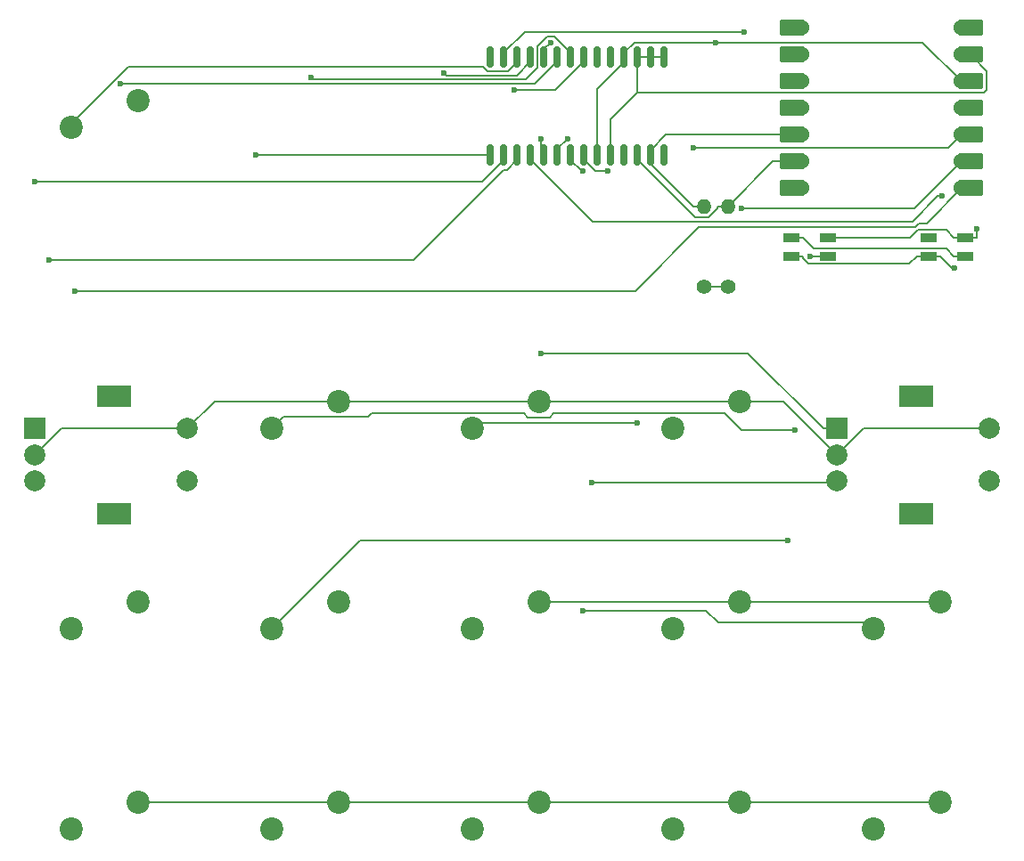
<source format=gbr>
%TF.GenerationSoftware,KiCad,Pcbnew,8.0.8*%
%TF.CreationDate,2025-02-16T20:36:26+13:00*%
%TF.ProjectId,hackpad,6861636b-7061-4642-9e6b-696361645f70,rev?*%
%TF.SameCoordinates,Original*%
%TF.FileFunction,Copper,L1,Top*%
%TF.FilePolarity,Positive*%
%FSLAX46Y46*%
G04 Gerber Fmt 4.6, Leading zero omitted, Abs format (unit mm)*
G04 Created by KiCad (PCBNEW 8.0.8) date 2025-02-16 20:36:26*
%MOMM*%
%LPD*%
G01*
G04 APERTURE LIST*
G04 Aperture macros list*
%AMRoundRect*
0 Rectangle with rounded corners*
0 $1 Rounding radius*
0 $2 $3 $4 $5 $6 $7 $8 $9 X,Y pos of 4 corners*
0 Add a 4 corners polygon primitive as box body*
4,1,4,$2,$3,$4,$5,$6,$7,$8,$9,$2,$3,0*
0 Add four circle primitives for the rounded corners*
1,1,$1+$1,$2,$3*
1,1,$1+$1,$4,$5*
1,1,$1+$1,$6,$7*
1,1,$1+$1,$8,$9*
0 Add four rect primitives between the rounded corners*
20,1,$1+$1,$2,$3,$4,$5,0*
20,1,$1+$1,$4,$5,$6,$7,0*
20,1,$1+$1,$6,$7,$8,$9,0*
20,1,$1+$1,$8,$9,$2,$3,0*%
G04 Aperture macros list end*
%TA.AperFunction,SMDPad,CuDef*%
%ADD10RoundRect,0.152400X1.063600X0.609600X-1.063600X0.609600X-1.063600X-0.609600X1.063600X-0.609600X0*%
%TD*%
%TA.AperFunction,ComponentPad*%
%ADD11C,1.524000*%
%TD*%
%TA.AperFunction,SMDPad,CuDef*%
%ADD12RoundRect,0.152400X-1.063600X-0.609600X1.063600X-0.609600X1.063600X0.609600X-1.063600X0.609600X0*%
%TD*%
%TA.AperFunction,ComponentPad*%
%ADD13C,1.400000*%
%TD*%
%TA.AperFunction,ComponentPad*%
%ADD14O,1.400000X1.400000*%
%TD*%
%TA.AperFunction,SMDPad,CuDef*%
%ADD15R,1.600000X0.850000*%
%TD*%
%TA.AperFunction,ComponentPad*%
%ADD16C,2.200000*%
%TD*%
%TA.AperFunction,ComponentPad*%
%ADD17R,2.000000X2.000000*%
%TD*%
%TA.AperFunction,ComponentPad*%
%ADD18C,2.000000*%
%TD*%
%TA.AperFunction,ComponentPad*%
%ADD19R,3.200000X2.000000*%
%TD*%
%TA.AperFunction,SMDPad,CuDef*%
%ADD20RoundRect,0.150000X0.150000X-0.875000X0.150000X0.875000X-0.150000X0.875000X-0.150000X-0.875000X0*%
%TD*%
%TA.AperFunction,ViaPad*%
%ADD21C,0.600000*%
%TD*%
%TA.AperFunction,Conductor*%
%ADD22C,0.200000*%
%TD*%
G04 APERTURE END LIST*
D10*
%TO.P,U1,1,GPIO26/ADC0/A0*%
%TO.N,unconnected-(U1-GPIO26{slash}ADC0{slash}A0-Pad1)*%
X174220200Y-49891300D03*
D11*
X175055200Y-49891300D03*
D10*
%TO.P,U1,2,GPIO27/ADC1/A1*%
%TO.N,unconnected-(U1-GPIO27{slash}ADC1{slash}A1-Pad2)*%
X174220200Y-52431300D03*
D11*
X175055200Y-52431300D03*
D10*
%TO.P,U1,3,GPIO28/ADC2/A2*%
%TO.N,unconnected-(U1-GPIO28{slash}ADC2{slash}A2-Pad3)*%
X174220200Y-54971300D03*
D11*
X175055200Y-54971300D03*
D10*
%TO.P,U1,4,GPIO29/ADC3/A3*%
%TO.N,Net-(U1-GPIO29{slash}ADC3{slash}A3)*%
X174220200Y-57511300D03*
D11*
X175055200Y-57511300D03*
D10*
%TO.P,U1,5,GPIO6/SDA*%
%TO.N,Net-(U1-GPIO6{slash}SDA)*%
X174220200Y-60051300D03*
D11*
X175055200Y-60051300D03*
D10*
%TO.P,U1,6,GPIO7/SCL*%
%TO.N,Net-(U1-GPIO7{slash}SCL)*%
X174220200Y-62591300D03*
D11*
X175055200Y-62591300D03*
D10*
%TO.P,U1,7,GPIO0/TX*%
%TO.N,Net-(D1-DIN)*%
X174220200Y-65131300D03*
D11*
X175055200Y-65131300D03*
%TO.P,U1,8,GPIO1/RX*%
%TO.N,Net-(U1-GPIO1{slash}RX)*%
X190295200Y-65131300D03*
D12*
X191130200Y-65131300D03*
D11*
%TO.P,U1,9,GPIO2/SCK*%
%TO.N,Net-(U1-GPIO2{slash}SCK)*%
X190295200Y-62591300D03*
D12*
X191130200Y-62591300D03*
D11*
%TO.P,U1,10,GPIO4/MISO*%
%TO.N,Net-(U1-GPIO4{slash}MISO)*%
X190295200Y-60051300D03*
D12*
X191130200Y-60051300D03*
D11*
%TO.P,U1,11,GPIO3/MOSI*%
%TO.N,Net-(U1-GPIO3{slash}MOSI)*%
X190295200Y-57511300D03*
D12*
X191130200Y-57511300D03*
D11*
%TO.P,U1,12,3V3*%
%TO.N,+3.3V*%
X190295200Y-54971300D03*
D12*
X191130200Y-54971300D03*
D11*
%TO.P,U1,13,GND*%
%TO.N,GND*%
X190295200Y-52431300D03*
D12*
X191130200Y-52431300D03*
D11*
%TO.P,U1,14,VBUS*%
%TO.N,+5V*%
X190295200Y-49891300D03*
D12*
X191130200Y-49891300D03*
%TD*%
D13*
%TO.P,R2,1*%
%TO.N,+3.3V*%
X165820000Y-74457100D03*
D14*
%TO.P,R2,2*%
%TO.N,Net-(U1-GPIO6{slash}SDA)*%
X165820000Y-66837100D03*
%TD*%
D15*
%TO.P,D1,1,DOUT*%
%TO.N,Net-(D1-DOUT)*%
X174141300Y-69846200D03*
%TO.P,D1,2,VSS*%
%TO.N,GND*%
X174141300Y-71596200D03*
%TO.P,D1,3,DIN*%
%TO.N,Net-(D1-DIN)*%
X177641300Y-71596200D03*
%TO.P,D1,4,VDD*%
%TO.N,+5V*%
X177641300Y-69846200D03*
%TD*%
D16*
%TO.P,SW6,1,1*%
%TO.N,GND*%
X112077500Y-104457500D03*
%TO.P,SW6,2,2*%
%TO.N,Net-(U1-GPIO1{slash}RX)*%
X105727500Y-106997500D03*
%TD*%
D13*
%TO.P,R1,1*%
%TO.N,+3.3V*%
X168116300Y-74453700D03*
D14*
%TO.P,R1,2*%
%TO.N,Net-(U1-GPIO7{slash}SCL)*%
X168116300Y-66833700D03*
%TD*%
D16*
%TO.P,SW13,1,1*%
%TO.N,Net-(SW10-Pad1)*%
X150177500Y-123507500D03*
%TO.P,SW13,2,2*%
%TO.N,Net-(U2-GPA4)*%
X143827500Y-126047500D03*
%TD*%
%TO.P,SW14,1,1*%
%TO.N,Net-(SW10-Pad1)*%
X169227500Y-123507500D03*
%TO.P,SW14,2,2*%
%TO.N,Net-(U2-GPA3)*%
X162877500Y-126047500D03*
%TD*%
%TO.P,SW9,1,1*%
%TO.N,Net-(SW10-Pad1)*%
X169227500Y-104457500D03*
%TO.P,SW9,2,2*%
%TO.N,Net-(U2-GPB7)*%
X162877500Y-106997500D03*
%TD*%
D17*
%TO.P,SW5,A,A*%
%TO.N,Net-(U2-GPB4)*%
X178487500Y-87987500D03*
D18*
%TO.P,SW5,B,B*%
%TO.N,Net-(U2-GPB5)*%
X178487500Y-92987500D03*
%TO.P,SW5,C,C*%
%TO.N,GND*%
X178487500Y-90487500D03*
D19*
%TO.P,SW5,MP*%
%TO.N,N/C*%
X185987500Y-84887500D03*
X185987500Y-96087500D03*
D18*
%TO.P,SW5,S1,S1*%
%TO.N,Net-(U2-GPB3)*%
X192987500Y-92987500D03*
%TO.P,SW5,S2,S2*%
%TO.N,GND*%
X192987500Y-87987500D03*
%TD*%
D16*
%TO.P,SW12,1,1*%
%TO.N,Net-(SW10-Pad1)*%
X131127500Y-123507500D03*
%TO.P,SW12,2,2*%
%TO.N,Net-(U2-GPA1)*%
X124777500Y-126047500D03*
%TD*%
%TO.P,SW3,1,1*%
%TO.N,GND*%
X150177500Y-85418100D03*
%TO.P,SW3,2,2*%
%TO.N,Net-(U1-GPIO4{slash}MISO)*%
X143827500Y-87958100D03*
%TD*%
%TO.P,SW11,1,1*%
%TO.N,Net-(SW10-Pad1)*%
X112077500Y-123507500D03*
%TO.P,SW11,2,2*%
%TO.N,Net-(U2-GPA2)*%
X105727500Y-126047500D03*
%TD*%
%TO.P,SW15,1,1*%
%TO.N,Net-(SW10-Pad1)*%
X188277500Y-123507500D03*
%TO.P,SW15,2,2*%
%TO.N,Net-(U2-GPA6)*%
X181927500Y-126047500D03*
%TD*%
%TO.P,SW7,1,1*%
%TO.N,GND*%
X131127500Y-104457500D03*
%TO.P,SW7,2,2*%
%TO.N,Net-(U1-GPIO29{slash}ADC3{slash}A3)*%
X124777500Y-106997500D03*
%TD*%
%TO.P,SW10,1,1*%
%TO.N,Net-(SW10-Pad1)*%
X188277500Y-104457500D03*
%TO.P,SW10,2,2*%
%TO.N,Net-(U2-GPB6)*%
X181927500Y-106997500D03*
%TD*%
%TO.P,SW4,1,1*%
%TO.N,GND*%
X169227500Y-85409600D03*
%TO.P,SW4,2,2*%
%TO.N,Net-(U1-GPIO2{slash}SCK)*%
X162877500Y-87949600D03*
%TD*%
D20*
%TO.P,U2,1,GPB0*%
%TO.N,Net-(U2-GPB0)*%
X145573800Y-61958700D03*
%TO.P,U2,2,GPB1*%
%TO.N,Net-(U2-GPB1)*%
X146843800Y-61958700D03*
%TO.P,U2,3,GPB2*%
%TO.N,Net-(U2-GPB2)*%
X148113800Y-61958700D03*
%TO.P,U2,4,GPB3*%
%TO.N,Net-(U2-GPB3)*%
X149383800Y-61958700D03*
%TO.P,U2,5,GPB4*%
%TO.N,Net-(U2-GPB4)*%
X150653800Y-61958700D03*
%TO.P,U2,6,GPB5*%
%TO.N,Net-(U2-GPB5)*%
X151923800Y-61958700D03*
%TO.P,U2,7,GPB6*%
%TO.N,Net-(U2-GPB6)*%
X153193800Y-61958700D03*
%TO.P,U2,8,GPB7*%
%TO.N,Net-(U2-GPB7)*%
X154463800Y-61958700D03*
%TO.P,U2,9,VDD*%
%TO.N,+3.3V*%
X155733800Y-61958700D03*
%TO.P,U2,10,VSS*%
%TO.N,GND*%
X157003800Y-61958700D03*
%TO.P,U2,11,NC*%
%TO.N,unconnected-(U2-NC-Pad11)*%
X158273800Y-61958700D03*
%TO.P,U2,12,SCK*%
%TO.N,Net-(U1-GPIO7{slash}SCL)*%
X159543800Y-61958700D03*
%TO.P,U2,13,SDA*%
%TO.N,Net-(U1-GPIO6{slash}SDA)*%
X160813800Y-61958700D03*
%TO.P,U2,14,NC*%
%TO.N,unconnected-(U2-NC-Pad14)*%
X162083800Y-61958700D03*
%TO.P,U2,15,A0*%
%TO.N,GND*%
X162083800Y-52658700D03*
%TO.P,U2,16,A1*%
X160813800Y-52658700D03*
%TO.P,U2,17,A2*%
X159543800Y-52658700D03*
%TO.P,U2,18,~{RESET}*%
%TO.N,+3.3V*%
X158273800Y-52658700D03*
%TO.P,U2,19,INTB*%
%TO.N,unconnected-(U2-INTB-Pad19)*%
X157003800Y-52658700D03*
%TO.P,U2,20,INTA*%
%TO.N,unconnected-(U2-INTA-Pad20)*%
X155733800Y-52658700D03*
%TO.P,U2,21,GPA0*%
%TO.N,Net-(U2-GPA0)*%
X154463800Y-52658700D03*
%TO.P,U2,22,GPA1*%
%TO.N,Net-(U2-GPA1)*%
X153193800Y-52658700D03*
%TO.P,U2,23,GPA2*%
%TO.N,Net-(U2-GPA2)*%
X151923800Y-52658700D03*
%TO.P,U2,24,GPA3*%
%TO.N,Net-(U2-GPA3)*%
X150653800Y-52658700D03*
%TO.P,U2,25,GPA4*%
%TO.N,Net-(U2-GPA4)*%
X149383800Y-52658700D03*
%TO.P,U2,26,GPA5*%
%TO.N,Net-(U2-GPA5)*%
X148113800Y-52658700D03*
%TO.P,U2,27,GPA6*%
%TO.N,Net-(U2-GPA6)*%
X146843800Y-52658700D03*
%TO.P,U2,28,GPA7*%
%TO.N,unconnected-(U2-GPA7-Pad28)*%
X145573800Y-52658700D03*
%TD*%
D15*
%TO.P,D2,1,DOUT*%
%TO.N,unconnected-(D2-DOUT-Pad1)*%
X187198000Y-69834000D03*
%TO.P,D2,2,VSS*%
%TO.N,GND*%
X187198000Y-71584000D03*
%TO.P,D2,3,DIN*%
%TO.N,Net-(D1-DOUT)*%
X190698000Y-71584000D03*
%TO.P,D2,4,VDD*%
%TO.N,+5V*%
X190698000Y-69834000D03*
%TD*%
D17*
%TO.P,SW1,A,A*%
%TO.N,Net-(U2-GPB1)*%
X102287500Y-87987500D03*
D18*
%TO.P,SW1,B,B*%
%TO.N,Net-(U2-GPB2)*%
X102287500Y-92987500D03*
%TO.P,SW1,C,C*%
%TO.N,GND*%
X102287500Y-90487500D03*
D19*
%TO.P,SW1,MP*%
%TO.N,N/C*%
X109787500Y-84887500D03*
X109787500Y-96087500D03*
D18*
%TO.P,SW1,S1,S1*%
%TO.N,Net-(U2-GPB0)*%
X116787500Y-92987500D03*
%TO.P,SW1,S2,S2*%
%TO.N,GND*%
X116787500Y-87987500D03*
%TD*%
D16*
%TO.P,SW8,1,1*%
%TO.N,Net-(SW10-Pad1)*%
X150177500Y-104457500D03*
%TO.P,SW8,2,2*%
%TO.N,Net-(U2-GPA0)*%
X143827500Y-106997500D03*
%TD*%
%TO.P,SW16,1,1*%
%TO.N,Net-(SW10-Pad1)*%
X112077500Y-56832500D03*
%TO.P,SW16,2,2*%
%TO.N,Net-(U2-GPA5)*%
X105727500Y-59372500D03*
%TD*%
%TO.P,SW2,1,1*%
%TO.N,GND*%
X131140000Y-85407500D03*
%TO.P,SW2,2,2*%
%TO.N,Net-(U1-GPIO3{slash}MOSI)*%
X124790000Y-87947500D03*
%TD*%
D21*
%TO.N,+5V*%
X191799700Y-68973300D03*
%TO.N,Net-(D1-DIN)*%
X175932600Y-71596200D03*
%TO.N,GND*%
X189606400Y-72705300D03*
%TO.N,Net-(U1-GPIO3{slash}MOSI)*%
X174515600Y-88133700D03*
%TO.N,Net-(U1-GPIO4{slash}MISO)*%
X159487700Y-87423900D03*
X164866300Y-61321000D03*
%TO.N,Net-(U1-GPIO2{slash}SCK)*%
X169391600Y-67060400D03*
%TO.N,Net-(U1-GPIO1{slash}RX)*%
X106110500Y-74883600D03*
%TO.N,Net-(U2-GPA0)*%
X147786000Y-55799100D03*
%TO.N,Net-(U2-GPA4)*%
X141154200Y-54184100D03*
%TO.N,Net-(U2-GPA6)*%
X169698100Y-50231700D03*
%TO.N,Net-(U2-GPB7)*%
X156736300Y-63491600D03*
%TO.N,Net-(U2-GPB6)*%
X154352000Y-105282100D03*
X154352000Y-63509900D03*
%TO.N,+3.3V*%
X166966500Y-51276400D03*
%TO.N,Net-(U2-GPB2)*%
X103636000Y-71919500D03*
%TO.N,Net-(U2-GPB1)*%
X102287500Y-64480900D03*
%TO.N,Net-(U2-GPB0)*%
X123242200Y-61958700D03*
%TO.N,Net-(U2-GPB3)*%
X188488400Y-65884800D03*
%TO.N,Net-(U2-GPB5)*%
X152893500Y-60420500D03*
X155164500Y-93086900D03*
%TO.N,Net-(U2-GPB4)*%
X150366000Y-80811800D03*
X150366000Y-60415000D03*
%TO.N,Net-(U2-GPA1)*%
X128518400Y-54594400D03*
%TO.N,Net-(U2-GPA2)*%
X110406600Y-55197300D03*
%TO.N,Net-(U2-GPA3)*%
X151266100Y-51286900D03*
%TO.N,Net-(U1-GPIO29{slash}ADC3{slash}A3)*%
X173796900Y-98596400D03*
%TD*%
D22*
%TO.N,+5V*%
X177641300Y-69846200D02*
X178743000Y-69846200D01*
X190698000Y-69834000D02*
X189596300Y-69834000D01*
X188869600Y-69107300D02*
X189596300Y-69834000D01*
X186185200Y-69107300D02*
X188869600Y-69107300D01*
X191799700Y-69834000D02*
X191799700Y-68973300D01*
X178743000Y-69846200D02*
X185446300Y-69846200D01*
X185446300Y-69846200D02*
X186185200Y-69107300D01*
X191130200Y-49891300D02*
X190295200Y-49891300D01*
X190698000Y-69834000D02*
X191799700Y-69834000D01*
%TO.N,Net-(D1-DOUT)*%
X174141300Y-69846200D02*
X175243000Y-69846200D01*
X175243000Y-69846200D02*
X176254100Y-70857300D01*
X188869600Y-70857300D02*
X189596300Y-71584000D01*
X176254100Y-70857300D02*
X188869600Y-70857300D01*
X190698000Y-71584000D02*
X189596300Y-71584000D01*
%TO.N,Net-(D1-DIN)*%
X175055200Y-65131300D02*
X174220200Y-65131300D01*
X177641300Y-71596200D02*
X176539600Y-71596200D01*
X176539600Y-71596200D02*
X175932600Y-71596200D01*
%TO.N,GND*%
X187198000Y-71584000D02*
X186096300Y-71584000D01*
X174141300Y-71596200D02*
X175243000Y-71596200D01*
X150186000Y-85409600D02*
X150177500Y-85418100D01*
X180987500Y-87987500D02*
X178487500Y-90487500D01*
X116787500Y-87987500D02*
X104787500Y-87987500D01*
X157003800Y-58606600D02*
X159543800Y-56066600D01*
X175243000Y-71778000D02*
X175243000Y-71596200D01*
X160813800Y-52658700D02*
X162083800Y-52658700D01*
X192700600Y-55775500D02*
X192700600Y-54001700D01*
X159543800Y-52658700D02*
X160813800Y-52658700D01*
X169227500Y-85409600D02*
X150186000Y-85409600D01*
X157003800Y-61958700D02*
X157003800Y-58606600D01*
X189606400Y-72705300D02*
X189421000Y-72705300D01*
X187748900Y-71584000D02*
X188299700Y-71584000D01*
X191130200Y-52431300D02*
X190295200Y-52431300D01*
X159543800Y-56066600D02*
X159543800Y-52658700D01*
X116787500Y-87987500D02*
X119367500Y-85407500D01*
X186096300Y-71584000D02*
X185357400Y-72322900D01*
X150166900Y-85407500D02*
X150177500Y-85418100D01*
X104787500Y-87987500D02*
X102287500Y-90487500D01*
X192409500Y-56066600D02*
X192700600Y-55775500D01*
X173409600Y-85409600D02*
X178487500Y-90487500D01*
X175787900Y-72322900D02*
X175243000Y-71778000D01*
X131140000Y-85407500D02*
X150166900Y-85407500D01*
X189421000Y-72705300D02*
X188299700Y-71584000D01*
X192700600Y-54001700D02*
X191130200Y-52431300D01*
X192987500Y-87987500D02*
X180987500Y-87987500D01*
X187748900Y-71584000D02*
X187198000Y-71584000D01*
X119367500Y-85407500D02*
X131140000Y-85407500D01*
X185357400Y-72322900D02*
X175787900Y-72322900D01*
X169227500Y-85409600D02*
X173409600Y-85409600D01*
X159543800Y-56066600D02*
X192409500Y-56066600D01*
%TO.N,Net-(U1-GPIO3{slash}MOSI)*%
X148739700Y-86520300D02*
X134286900Y-86520300D01*
X167803600Y-86525700D02*
X151568300Y-86525700D01*
X133968000Y-86839200D02*
X125898300Y-86839200D01*
X151568300Y-86525700D02*
X151191200Y-86902800D01*
X134286900Y-86520300D02*
X133968000Y-86839200D01*
X151191200Y-86902800D02*
X149122200Y-86902800D01*
X149122200Y-86902800D02*
X148739700Y-86520300D01*
X174515600Y-88133700D02*
X169411600Y-88133700D01*
X169411600Y-88133700D02*
X167803600Y-86525700D01*
X191130200Y-57511300D02*
X190295200Y-57511300D01*
X125898300Y-86839200D02*
X124790000Y-87947500D01*
%TO.N,Net-(U1-GPIO4{slash}MISO)*%
X191130200Y-60051300D02*
X190295200Y-60051300D01*
X189025500Y-61321000D02*
X190295200Y-60051300D01*
X143827500Y-87958100D02*
X144361700Y-87423900D01*
X164866300Y-61321000D02*
X189025500Y-61321000D01*
X144361700Y-87423900D02*
X159487700Y-87423900D01*
%TO.N,Net-(U1-GPIO2{slash}SCK)*%
X191130200Y-62591300D02*
X190295200Y-62591300D01*
X185826100Y-67060400D02*
X169391600Y-67060400D01*
X190295200Y-62591300D02*
X185826100Y-67060400D01*
%TO.N,Net-(U1-GPIO1{slash}RX)*%
X191130200Y-65131300D02*
X190295200Y-65131300D01*
X106110500Y-74883600D02*
X159296000Y-74883600D01*
X159296000Y-74883600D02*
X165335200Y-68844400D01*
X186281800Y-68442700D02*
X186983800Y-68442700D01*
X186983800Y-68442700D02*
X190295200Y-65131300D01*
X165335200Y-68844400D02*
X185880100Y-68844400D01*
X185880100Y-68844400D02*
X186281800Y-68442700D01*
%TO.N,Net-(SW10-Pad1)*%
X169227500Y-123507500D02*
X150177500Y-123507500D01*
X112077500Y-123507500D02*
X131127500Y-123507500D01*
X131127500Y-123507500D02*
X150177500Y-123507500D01*
X150177500Y-104457500D02*
X169227500Y-104457500D01*
X188277500Y-104457500D02*
X169227500Y-104457500D01*
X188277500Y-123507500D02*
X169227500Y-123507500D01*
%TO.N,Net-(U2-GPA0)*%
X147786000Y-55799100D02*
X151737700Y-55799100D01*
X151737700Y-55799100D02*
X154463800Y-53073000D01*
X154463800Y-53073000D02*
X154463800Y-52658700D01*
%TO.N,Net-(U2-GPA4)*%
X141363800Y-54393700D02*
X141154200Y-54184100D01*
X148043500Y-54393700D02*
X141363800Y-54393700D01*
X149383800Y-53053400D02*
X148043500Y-54393700D01*
X149383800Y-52658700D02*
X149383800Y-53053400D01*
%TO.N,unconnected-(U1-GPIO28{slash}ADC2{slash}A2-Pad3)*%
X175055200Y-54971300D02*
X174220200Y-54971300D01*
%TO.N,unconnected-(U1-GPIO26{slash}ADC0{slash}A0-Pad1)*%
X175055200Y-49891300D02*
X174220200Y-49891300D01*
%TO.N,unconnected-(U1-GPIO27{slash}ADC1{slash}A1-Pad2)*%
X175055200Y-52431300D02*
X174220200Y-52431300D01*
%TO.N,Net-(U2-GPA6)*%
X148871100Y-50231700D02*
X146843800Y-52259000D01*
X146843800Y-52259000D02*
X146843800Y-52658700D01*
X169698100Y-50231700D02*
X148871100Y-50231700D01*
%TO.N,Net-(U2-GPA5)*%
X147257300Y-53992000D02*
X145242400Y-53992000D01*
X145242400Y-53992000D02*
X144820100Y-53569700D01*
X144820100Y-53569700D02*
X111173200Y-53569700D01*
X148113800Y-52658700D02*
X148113800Y-53135500D01*
X148113800Y-53135500D02*
X147257300Y-53992000D01*
X111173200Y-53569700D02*
X105727500Y-59015400D01*
X105727500Y-59015400D02*
X105727500Y-59372500D01*
%TO.N,Net-(U2-GPB7)*%
X155540300Y-63491600D02*
X154463800Y-62415100D01*
X154463800Y-62415100D02*
X154463800Y-61958700D01*
X156736300Y-63491600D02*
X155540300Y-63491600D01*
%TO.N,Net-(U2-GPB6)*%
X167184000Y-106427500D02*
X166038600Y-105282100D01*
X181927500Y-106997500D02*
X181357500Y-106427500D01*
X153193800Y-61958700D02*
X153193800Y-62428900D01*
X181357500Y-106427500D02*
X167184000Y-106427500D01*
X154274800Y-63509900D02*
X154352000Y-63509900D01*
X153193800Y-62428900D02*
X154274800Y-63509900D01*
X166038600Y-105282100D02*
X154352000Y-105282100D01*
%TO.N,+3.3V*%
X168116300Y-74453700D02*
X165823400Y-74453700D01*
X158273800Y-52658700D02*
X158273800Y-52244400D01*
X165823400Y-74453700D02*
X165820000Y-74457100D01*
X190295200Y-54971300D02*
X186600300Y-51276400D01*
X159241800Y-51276400D02*
X166966500Y-51276400D01*
X158273800Y-52244400D02*
X159241800Y-51276400D01*
X155733800Y-61958700D02*
X155733800Y-55723800D01*
X155733800Y-55723800D02*
X158273800Y-53183800D01*
X158273800Y-53183800D02*
X158273800Y-52658700D01*
X186600300Y-51276400D02*
X166966500Y-51276400D01*
X191130200Y-54971300D02*
X190295200Y-54971300D01*
%TO.N,Net-(U1-GPIO7{slash}SCL)*%
X168116300Y-66833700D02*
X167114600Y-66833700D01*
X165003700Y-67847700D02*
X166277000Y-67847700D01*
X167114600Y-67010100D02*
X167114600Y-66833700D01*
X166277000Y-67847700D02*
X167114600Y-67010100D01*
X175055200Y-62591300D02*
X174220200Y-62591300D01*
X159543800Y-62387800D02*
X165003700Y-67847700D01*
X168116300Y-66833700D02*
X172358700Y-62591300D01*
X159543800Y-61958700D02*
X159543800Y-62387800D01*
X172358700Y-62591300D02*
X174220200Y-62591300D01*
%TO.N,Net-(U1-GPIO6{slash}SDA)*%
X174220200Y-60051300D02*
X162256800Y-60051300D01*
X160813800Y-62832600D02*
X160813800Y-61958700D01*
X164818300Y-66837100D02*
X160813800Y-62832600D01*
X175055200Y-60051300D02*
X174220200Y-60051300D01*
X162256800Y-60051300D02*
X160813800Y-61494300D01*
X165820000Y-66837100D02*
X164818300Y-66837100D01*
X160813800Y-61494300D02*
X160813800Y-61958700D01*
%TO.N,Net-(U2-GPB2)*%
X148113800Y-61958700D02*
X148113800Y-62360400D01*
X147112300Y-63361900D02*
X146772900Y-63361900D01*
X148113800Y-62360400D02*
X147112300Y-63361900D01*
X146772900Y-63361900D02*
X138215300Y-71919500D01*
X138215300Y-71919500D02*
X103636000Y-71919500D01*
%TO.N,Net-(U2-GPB1)*%
X146843800Y-62450600D02*
X144813500Y-64480900D01*
X144813500Y-64480900D02*
X102287500Y-64480900D01*
X146843800Y-61958700D02*
X146843800Y-62450600D01*
%TO.N,Net-(U2-GPB0)*%
X145573800Y-61958700D02*
X123242200Y-61958700D01*
%TO.N,Net-(U2-GPB3)*%
X155294500Y-68282800D02*
X185673500Y-68282800D01*
X149383800Y-62372100D02*
X155294500Y-68282800D01*
X188071500Y-65884800D02*
X188488400Y-65884800D01*
X149383800Y-61958700D02*
X149383800Y-62372100D01*
X185673500Y-68282800D02*
X188071500Y-65884800D01*
%TO.N,Net-(U2-GPB5)*%
X155164500Y-93086900D02*
X178388100Y-93086900D01*
X151923800Y-61390200D02*
X152893500Y-60420500D01*
X151923800Y-61958700D02*
X151923800Y-61390200D01*
X178388100Y-93086900D02*
X178487500Y-92987500D01*
%TO.N,Net-(U2-GPB4)*%
X178487500Y-87987500D02*
X177185800Y-87987500D01*
X150366000Y-61670900D02*
X150366000Y-60415000D01*
X170010100Y-80811800D02*
X150366000Y-80811800D01*
X150653800Y-61958700D02*
X150366000Y-61670900D01*
X177185800Y-87987500D02*
X170010100Y-80811800D01*
%TO.N,Net-(U2-GPA1)*%
X153193800Y-52215200D02*
X151661300Y-50682700D01*
X150018800Y-51590900D02*
X150018800Y-53694900D01*
X128719600Y-54795600D02*
X128518400Y-54594400D01*
X150927000Y-50682700D02*
X150018800Y-51590900D01*
X148918100Y-54795600D02*
X128719600Y-54795600D01*
X153193800Y-52658700D02*
X153193800Y-52215200D01*
X151661300Y-50682700D02*
X150927000Y-50682700D01*
X150018800Y-53694900D02*
X148918100Y-54795600D01*
%TO.N,Net-(U2-GPA2)*%
X149792800Y-55197300D02*
X110406600Y-55197300D01*
X151923800Y-52658700D02*
X151923800Y-53066300D01*
X151923800Y-53066300D02*
X149792800Y-55197300D01*
%TO.N,Net-(U2-GPA3)*%
X150653800Y-52658700D02*
X150653800Y-51899200D01*
X150653800Y-51899200D02*
X151266100Y-51286900D01*
%TO.N,Net-(U1-GPIO29{slash}ADC3{slash}A3)*%
X175055200Y-57511300D02*
X174220200Y-57511300D01*
X133178600Y-98596400D02*
X173796900Y-98596400D01*
X124777500Y-106997500D02*
X133178600Y-98596400D01*
%TD*%
M02*

</source>
